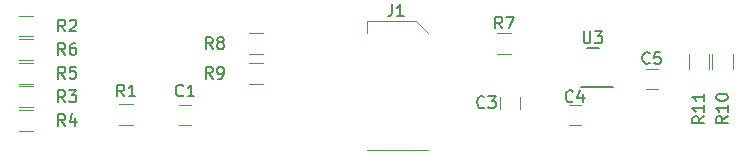
<source format=gto>
G04 #@! TF.GenerationSoftware,KiCad,Pcbnew,(5.1.6)-1*
G04 #@! TF.CreationDate,2020-10-13T20:36:20+02:00*
G04 #@! TF.ProjectId,LampeSolaire2,4c616d70-6553-46f6-9c61-697265322e6b,R00*
G04 #@! TF.SameCoordinates,PX5f5e100PY5cfbb60*
G04 #@! TF.FileFunction,Legend,Top*
G04 #@! TF.FilePolarity,Positive*
%FSLAX46Y46*%
G04 Gerber Fmt 4.6, Leading zero omitted, Abs format (unit mm)*
G04 Created by KiCad (PCBNEW (5.1.6)-1) date 2020-10-13 20:36:20*
%MOMM*%
%LPD*%
G01*
G04 APERTURE LIST*
%ADD10C,0.120000*%
%ADD11C,0.150000*%
G04 APERTURE END LIST*
D10*
X31500000Y-13350000D02*
X32500000Y-13350000D01*
X32500000Y-11650000D02*
X31500000Y-11650000D01*
X58650000Y-11000000D02*
X58650000Y-12000000D01*
X60350000Y-12000000D02*
X60350000Y-11000000D01*
X64500000Y-13350000D02*
X65500000Y-13350000D01*
X65500000Y-11650000D02*
X64500000Y-11650000D01*
X71000000Y-10350000D02*
X72000000Y-10350000D01*
X72000000Y-8650000D02*
X71000000Y-8650000D01*
X51575000Y-4575000D02*
X47425000Y-4575000D01*
X47425000Y-4575000D02*
X47425000Y-5575000D01*
X51575000Y-4575000D02*
X52575000Y-5575000D01*
X52575000Y-15465000D02*
X47425000Y-15465000D01*
X26400000Y-11620000D02*
X27600000Y-11620000D01*
X27600000Y-13380000D02*
X26400000Y-13380000D01*
X17900000Y-4120000D02*
X19100000Y-4120000D01*
X19100000Y-5880000D02*
X17900000Y-5880000D01*
X17900000Y-10120000D02*
X19100000Y-10120000D01*
X19100000Y-11880000D02*
X17900000Y-11880000D01*
X17900000Y-12120000D02*
X19100000Y-12120000D01*
X19100000Y-13880000D02*
X17900000Y-13880000D01*
X17900000Y-8120000D02*
X19100000Y-8120000D01*
X19100000Y-9880000D02*
X17900000Y-9880000D01*
X17900000Y-6120000D02*
X19100000Y-6120000D01*
X19100000Y-7880000D02*
X17900000Y-7880000D01*
X58400000Y-5620000D02*
X59600000Y-5620000D01*
X59600000Y-7380000D02*
X58400000Y-7380000D01*
X38600000Y-7380000D02*
X37400000Y-7380000D01*
X37400000Y-5620000D02*
X38600000Y-5620000D01*
X37400000Y-8120000D02*
X38600000Y-8120000D01*
X38600000Y-9880000D02*
X37400000Y-9880000D01*
X78380000Y-7400000D02*
X78380000Y-8600000D01*
X76620000Y-8600000D02*
X76620000Y-7400000D01*
X76380000Y-7400000D02*
X76380000Y-8600000D01*
X74620000Y-8600000D02*
X74620000Y-7400000D01*
D11*
X67000000Y-6850000D02*
X66000000Y-6850000D01*
X68230000Y-10150000D02*
X65475000Y-10150000D01*
X31833333Y-10857142D02*
X31785714Y-10904761D01*
X31642857Y-10952380D01*
X31547619Y-10952380D01*
X31404761Y-10904761D01*
X31309523Y-10809523D01*
X31261904Y-10714285D01*
X31214285Y-10523809D01*
X31214285Y-10380952D01*
X31261904Y-10190476D01*
X31309523Y-10095238D01*
X31404761Y-10000000D01*
X31547619Y-9952380D01*
X31642857Y-9952380D01*
X31785714Y-10000000D01*
X31833333Y-10047619D01*
X32785714Y-10952380D02*
X32214285Y-10952380D01*
X32500000Y-10952380D02*
X32500000Y-9952380D01*
X32404761Y-10095238D01*
X32309523Y-10190476D01*
X32214285Y-10238095D01*
X57333333Y-11857142D02*
X57285714Y-11904761D01*
X57142857Y-11952380D01*
X57047619Y-11952380D01*
X56904761Y-11904761D01*
X56809523Y-11809523D01*
X56761904Y-11714285D01*
X56714285Y-11523809D01*
X56714285Y-11380952D01*
X56761904Y-11190476D01*
X56809523Y-11095238D01*
X56904761Y-11000000D01*
X57047619Y-10952380D01*
X57142857Y-10952380D01*
X57285714Y-11000000D01*
X57333333Y-11047619D01*
X57666666Y-10952380D02*
X58285714Y-10952380D01*
X57952380Y-11333333D01*
X58095238Y-11333333D01*
X58190476Y-11380952D01*
X58238095Y-11428571D01*
X58285714Y-11523809D01*
X58285714Y-11761904D01*
X58238095Y-11857142D01*
X58190476Y-11904761D01*
X58095238Y-11952380D01*
X57809523Y-11952380D01*
X57714285Y-11904761D01*
X57666666Y-11857142D01*
X64833333Y-11357142D02*
X64785714Y-11404761D01*
X64642857Y-11452380D01*
X64547619Y-11452380D01*
X64404761Y-11404761D01*
X64309523Y-11309523D01*
X64261904Y-11214285D01*
X64214285Y-11023809D01*
X64214285Y-10880952D01*
X64261904Y-10690476D01*
X64309523Y-10595238D01*
X64404761Y-10500000D01*
X64547619Y-10452380D01*
X64642857Y-10452380D01*
X64785714Y-10500000D01*
X64833333Y-10547619D01*
X65690476Y-10785714D02*
X65690476Y-11452380D01*
X65452380Y-10404761D02*
X65214285Y-11119047D01*
X65833333Y-11119047D01*
X71333333Y-8107142D02*
X71285714Y-8154761D01*
X71142857Y-8202380D01*
X71047619Y-8202380D01*
X70904761Y-8154761D01*
X70809523Y-8059523D01*
X70761904Y-7964285D01*
X70714285Y-7773809D01*
X70714285Y-7630952D01*
X70761904Y-7440476D01*
X70809523Y-7345238D01*
X70904761Y-7250000D01*
X71047619Y-7202380D01*
X71142857Y-7202380D01*
X71285714Y-7250000D01*
X71333333Y-7297619D01*
X72238095Y-7202380D02*
X71761904Y-7202380D01*
X71714285Y-7678571D01*
X71761904Y-7630952D01*
X71857142Y-7583333D01*
X72095238Y-7583333D01*
X72190476Y-7630952D01*
X72238095Y-7678571D01*
X72285714Y-7773809D01*
X72285714Y-8011904D01*
X72238095Y-8107142D01*
X72190476Y-8154761D01*
X72095238Y-8202380D01*
X71857142Y-8202380D01*
X71761904Y-8154761D01*
X71714285Y-8107142D01*
X49516666Y-3177380D02*
X49516666Y-3891666D01*
X49469047Y-4034523D01*
X49373809Y-4129761D01*
X49230952Y-4177380D01*
X49135714Y-4177380D01*
X50516666Y-4177380D02*
X49945238Y-4177380D01*
X50230952Y-4177380D02*
X50230952Y-3177380D01*
X50135714Y-3320238D01*
X50040476Y-3415476D01*
X49945238Y-3463095D01*
X26833333Y-10952380D02*
X26500000Y-10476190D01*
X26261904Y-10952380D02*
X26261904Y-9952380D01*
X26642857Y-9952380D01*
X26738095Y-10000000D01*
X26785714Y-10047619D01*
X26833333Y-10142857D01*
X26833333Y-10285714D01*
X26785714Y-10380952D01*
X26738095Y-10428571D01*
X26642857Y-10476190D01*
X26261904Y-10476190D01*
X27785714Y-10952380D02*
X27214285Y-10952380D01*
X27500000Y-10952380D02*
X27500000Y-9952380D01*
X27404761Y-10095238D01*
X27309523Y-10190476D01*
X27214285Y-10238095D01*
X21833333Y-5452380D02*
X21500000Y-4976190D01*
X21261904Y-5452380D02*
X21261904Y-4452380D01*
X21642857Y-4452380D01*
X21738095Y-4500000D01*
X21785714Y-4547619D01*
X21833333Y-4642857D01*
X21833333Y-4785714D01*
X21785714Y-4880952D01*
X21738095Y-4928571D01*
X21642857Y-4976190D01*
X21261904Y-4976190D01*
X22214285Y-4547619D02*
X22261904Y-4500000D01*
X22357142Y-4452380D01*
X22595238Y-4452380D01*
X22690476Y-4500000D01*
X22738095Y-4547619D01*
X22785714Y-4642857D01*
X22785714Y-4738095D01*
X22738095Y-4880952D01*
X22166666Y-5452380D01*
X22785714Y-5452380D01*
X21833333Y-11452380D02*
X21500000Y-10976190D01*
X21261904Y-11452380D02*
X21261904Y-10452380D01*
X21642857Y-10452380D01*
X21738095Y-10500000D01*
X21785714Y-10547619D01*
X21833333Y-10642857D01*
X21833333Y-10785714D01*
X21785714Y-10880952D01*
X21738095Y-10928571D01*
X21642857Y-10976190D01*
X21261904Y-10976190D01*
X22166666Y-10452380D02*
X22785714Y-10452380D01*
X22452380Y-10833333D01*
X22595238Y-10833333D01*
X22690476Y-10880952D01*
X22738095Y-10928571D01*
X22785714Y-11023809D01*
X22785714Y-11261904D01*
X22738095Y-11357142D01*
X22690476Y-11404761D01*
X22595238Y-11452380D01*
X22309523Y-11452380D01*
X22214285Y-11404761D01*
X22166666Y-11357142D01*
X21833333Y-13452380D02*
X21500000Y-12976190D01*
X21261904Y-13452380D02*
X21261904Y-12452380D01*
X21642857Y-12452380D01*
X21738095Y-12500000D01*
X21785714Y-12547619D01*
X21833333Y-12642857D01*
X21833333Y-12785714D01*
X21785714Y-12880952D01*
X21738095Y-12928571D01*
X21642857Y-12976190D01*
X21261904Y-12976190D01*
X22690476Y-12785714D02*
X22690476Y-13452380D01*
X22452380Y-12404761D02*
X22214285Y-13119047D01*
X22833333Y-13119047D01*
X21833333Y-9452380D02*
X21500000Y-8976190D01*
X21261904Y-9452380D02*
X21261904Y-8452380D01*
X21642857Y-8452380D01*
X21738095Y-8500000D01*
X21785714Y-8547619D01*
X21833333Y-8642857D01*
X21833333Y-8785714D01*
X21785714Y-8880952D01*
X21738095Y-8928571D01*
X21642857Y-8976190D01*
X21261904Y-8976190D01*
X22738095Y-8452380D02*
X22261904Y-8452380D01*
X22214285Y-8928571D01*
X22261904Y-8880952D01*
X22357142Y-8833333D01*
X22595238Y-8833333D01*
X22690476Y-8880952D01*
X22738095Y-8928571D01*
X22785714Y-9023809D01*
X22785714Y-9261904D01*
X22738095Y-9357142D01*
X22690476Y-9404761D01*
X22595238Y-9452380D01*
X22357142Y-9452380D01*
X22261904Y-9404761D01*
X22214285Y-9357142D01*
X21833333Y-7452380D02*
X21500000Y-6976190D01*
X21261904Y-7452380D02*
X21261904Y-6452380D01*
X21642857Y-6452380D01*
X21738095Y-6500000D01*
X21785714Y-6547619D01*
X21833333Y-6642857D01*
X21833333Y-6785714D01*
X21785714Y-6880952D01*
X21738095Y-6928571D01*
X21642857Y-6976190D01*
X21261904Y-6976190D01*
X22690476Y-6452380D02*
X22500000Y-6452380D01*
X22404761Y-6500000D01*
X22357142Y-6547619D01*
X22261904Y-6690476D01*
X22214285Y-6880952D01*
X22214285Y-7261904D01*
X22261904Y-7357142D01*
X22309523Y-7404761D01*
X22404761Y-7452380D01*
X22595238Y-7452380D01*
X22690476Y-7404761D01*
X22738095Y-7357142D01*
X22785714Y-7261904D01*
X22785714Y-7023809D01*
X22738095Y-6928571D01*
X22690476Y-6880952D01*
X22595238Y-6833333D01*
X22404761Y-6833333D01*
X22309523Y-6880952D01*
X22261904Y-6928571D01*
X22214285Y-7023809D01*
X58833333Y-5202380D02*
X58500000Y-4726190D01*
X58261904Y-5202380D02*
X58261904Y-4202380D01*
X58642857Y-4202380D01*
X58738095Y-4250000D01*
X58785714Y-4297619D01*
X58833333Y-4392857D01*
X58833333Y-4535714D01*
X58785714Y-4630952D01*
X58738095Y-4678571D01*
X58642857Y-4726190D01*
X58261904Y-4726190D01*
X59166666Y-4202380D02*
X59833333Y-4202380D01*
X59404761Y-5202380D01*
X34333333Y-6952380D02*
X34000000Y-6476190D01*
X33761904Y-6952380D02*
X33761904Y-5952380D01*
X34142857Y-5952380D01*
X34238095Y-6000000D01*
X34285714Y-6047619D01*
X34333333Y-6142857D01*
X34333333Y-6285714D01*
X34285714Y-6380952D01*
X34238095Y-6428571D01*
X34142857Y-6476190D01*
X33761904Y-6476190D01*
X34904761Y-6380952D02*
X34809523Y-6333333D01*
X34761904Y-6285714D01*
X34714285Y-6190476D01*
X34714285Y-6142857D01*
X34761904Y-6047619D01*
X34809523Y-6000000D01*
X34904761Y-5952380D01*
X35095238Y-5952380D01*
X35190476Y-6000000D01*
X35238095Y-6047619D01*
X35285714Y-6142857D01*
X35285714Y-6190476D01*
X35238095Y-6285714D01*
X35190476Y-6333333D01*
X35095238Y-6380952D01*
X34904761Y-6380952D01*
X34809523Y-6428571D01*
X34761904Y-6476190D01*
X34714285Y-6571428D01*
X34714285Y-6761904D01*
X34761904Y-6857142D01*
X34809523Y-6904761D01*
X34904761Y-6952380D01*
X35095238Y-6952380D01*
X35190476Y-6904761D01*
X35238095Y-6857142D01*
X35285714Y-6761904D01*
X35285714Y-6571428D01*
X35238095Y-6476190D01*
X35190476Y-6428571D01*
X35095238Y-6380952D01*
X34333333Y-9452380D02*
X34000000Y-8976190D01*
X33761904Y-9452380D02*
X33761904Y-8452380D01*
X34142857Y-8452380D01*
X34238095Y-8500000D01*
X34285714Y-8547619D01*
X34333333Y-8642857D01*
X34333333Y-8785714D01*
X34285714Y-8880952D01*
X34238095Y-8928571D01*
X34142857Y-8976190D01*
X33761904Y-8976190D01*
X34809523Y-9452380D02*
X35000000Y-9452380D01*
X35095238Y-9404761D01*
X35142857Y-9357142D01*
X35238095Y-9214285D01*
X35285714Y-9023809D01*
X35285714Y-8642857D01*
X35238095Y-8547619D01*
X35190476Y-8500000D01*
X35095238Y-8452380D01*
X34904761Y-8452380D01*
X34809523Y-8500000D01*
X34761904Y-8547619D01*
X34714285Y-8642857D01*
X34714285Y-8880952D01*
X34761904Y-8976190D01*
X34809523Y-9023809D01*
X34904761Y-9071428D01*
X35095238Y-9071428D01*
X35190476Y-9023809D01*
X35238095Y-8976190D01*
X35285714Y-8880952D01*
X77952380Y-12642857D02*
X77476190Y-12976190D01*
X77952380Y-13214285D02*
X76952380Y-13214285D01*
X76952380Y-12833333D01*
X77000000Y-12738095D01*
X77047619Y-12690476D01*
X77142857Y-12642857D01*
X77285714Y-12642857D01*
X77380952Y-12690476D01*
X77428571Y-12738095D01*
X77476190Y-12833333D01*
X77476190Y-13214285D01*
X77952380Y-11690476D02*
X77952380Y-12261904D01*
X77952380Y-11976190D02*
X76952380Y-11976190D01*
X77095238Y-12071428D01*
X77190476Y-12166666D01*
X77238095Y-12261904D01*
X76952380Y-11071428D02*
X76952380Y-10976190D01*
X77000000Y-10880952D01*
X77047619Y-10833333D01*
X77142857Y-10785714D01*
X77333333Y-10738095D01*
X77571428Y-10738095D01*
X77761904Y-10785714D01*
X77857142Y-10833333D01*
X77904761Y-10880952D01*
X77952380Y-10976190D01*
X77952380Y-11071428D01*
X77904761Y-11166666D01*
X77857142Y-11214285D01*
X77761904Y-11261904D01*
X77571428Y-11309523D01*
X77333333Y-11309523D01*
X77142857Y-11261904D01*
X77047619Y-11214285D01*
X77000000Y-11166666D01*
X76952380Y-11071428D01*
X75952380Y-12642857D02*
X75476190Y-12976190D01*
X75952380Y-13214285D02*
X74952380Y-13214285D01*
X74952380Y-12833333D01*
X75000000Y-12738095D01*
X75047619Y-12690476D01*
X75142857Y-12642857D01*
X75285714Y-12642857D01*
X75380952Y-12690476D01*
X75428571Y-12738095D01*
X75476190Y-12833333D01*
X75476190Y-13214285D01*
X75952380Y-11690476D02*
X75952380Y-12261904D01*
X75952380Y-11976190D02*
X74952380Y-11976190D01*
X75095238Y-12071428D01*
X75190476Y-12166666D01*
X75238095Y-12261904D01*
X75952380Y-10738095D02*
X75952380Y-11309523D01*
X75952380Y-11023809D02*
X74952380Y-11023809D01*
X75095238Y-11119047D01*
X75190476Y-11214285D01*
X75238095Y-11309523D01*
X65738095Y-5452380D02*
X65738095Y-6261904D01*
X65785714Y-6357142D01*
X65833333Y-6404761D01*
X65928571Y-6452380D01*
X66119047Y-6452380D01*
X66214285Y-6404761D01*
X66261904Y-6357142D01*
X66309523Y-6261904D01*
X66309523Y-5452380D01*
X66690476Y-5452380D02*
X67309523Y-5452380D01*
X66976190Y-5833333D01*
X67119047Y-5833333D01*
X67214285Y-5880952D01*
X67261904Y-5928571D01*
X67309523Y-6023809D01*
X67309523Y-6261904D01*
X67261904Y-6357142D01*
X67214285Y-6404761D01*
X67119047Y-6452380D01*
X66833333Y-6452380D01*
X66738095Y-6404761D01*
X66690476Y-6357142D01*
M02*

</source>
